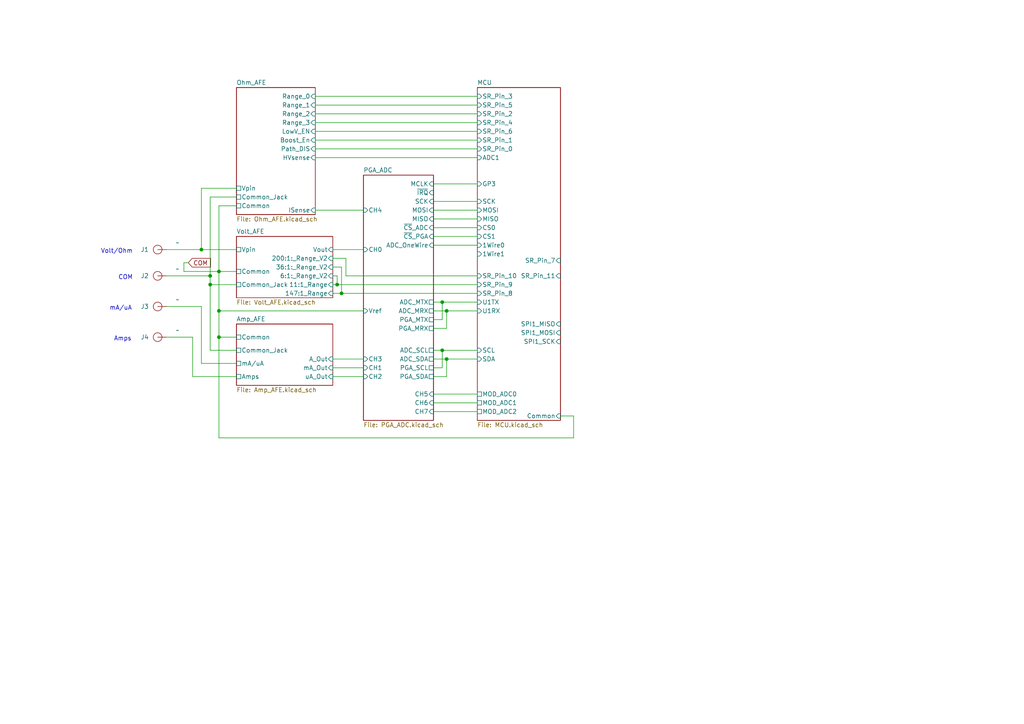
<source format=kicad_sch>
(kicad_sch (version 20231120) (generator "eeschema") (generator_version "8.0")
  (paper "A4")
  (lib_symbols
    (symbol "AADuffy:CT2914"
      (property "Reference" "J?" (at 1.27 2.54 0))
      (symbol "CT2914_0_1"
        (circle (center 1.27 0) (radius 1.27))
      )
      (symbol "CT2914_1_1"
        (pin passive line (at -1.27 0 0) (length 2.54) (name "1") (number "1"))
      )
    )
  )
  (junction (at 128.27 87.63))
  (junction (at 63.5 90.17))
  (junction (at 60.96 80.01))
  (junction (at 129.54 90.17))
  (junction (at 60.96 82.55))
  (junction (at 128.27 101.6))
  (junction (at 129.54 104.14))
  (junction (at 63.5 97.79))
  (junction (at 99.06 85.09))
  (junction (at 97.79 82.55))
  (junction (at 58.42 72.39))
  (junction (at 63.5 78.74))
  (wire (pts (xy 166.37 120.65) (xy 166.37 127)))
  (wire (pts (xy 55.88 109.22) (xy 55.88 97.79)))
  (wire (pts (xy 128.27 101.6) (xy 138.43 101.6)))
  (wire (pts (xy 91.44 40.64) (xy 138.43 40.64)))
  (wire (pts (xy 53.34 76.2) (xy 53.34 78.74)))
  (wire (pts (xy 63.5 78.74) (xy 63.5 90.17)))
  (wire (pts (xy 125.73 104.14) (xy 129.54 104.14)))
  (wire (pts (xy 91.44 38.1) (xy 138.43 38.1)))
  (wire (pts (xy 99.06 77.47) (xy 99.06 85.09)))
  (wire (pts (xy 125.73 106.68) (xy 128.27 106.68)))
  (wire (pts (xy 96.52 106.68) (xy 105.41 106.68)))
  (wire (pts (xy 96.52 82.55) (xy 97.79 82.55)))
  (wire (pts (xy 99.06 85.09) (xy 138.43 85.09)))
  (wire (pts (xy 129.54 90.17) (xy 138.43 90.17)))
  (wire (pts (xy 63.5 78.74) (xy 68.58 78.74)))
  (wire (pts (xy 91.44 43.18) (xy 138.43 43.18)))
  (wire (pts (xy 60.96 82.55) (xy 60.96 80.01)))
  (wire (pts (xy 48.26 88.9) (xy 58.42 88.9)))
  (wire (pts (xy 125.73 109.22) (xy 129.54 109.22)))
  (wire (pts (xy 53.34 78.74) (xy 63.5 78.74)))
  (wire (pts (xy 60.96 57.15) (xy 60.96 80.01)))
  (wire (pts (xy 55.88 97.79) (xy 48.26 97.79)))
  (wire (pts (xy 91.44 33.02) (xy 138.43 33.02)))
  (wire (pts (xy 58.42 72.39) (xy 68.58 72.39)))
  (wire (pts (xy 125.73 90.17) (xy 129.54 90.17)))
  (wire (pts (xy 96.52 104.14) (xy 105.41 104.14)))
  (wire (pts (xy 129.54 104.14) (xy 138.43 104.14)))
  (wire (pts (xy 125.73 66.04) (xy 138.43 66.04)))
  (wire (pts (xy 58.42 88.9) (xy 58.42 105.41)))
  (wire (pts (xy 162.56 120.65) (xy 166.37 120.65)))
  (wire (pts (xy 128.27 106.68) (xy 128.27 101.6)))
  (wire (pts (xy 125.73 119.38) (xy 138.43 119.38)))
  (wire (pts (xy 91.44 27.94) (xy 138.43 27.94)))
  (wire (pts (xy 91.44 60.96) (xy 105.41 60.96)))
  (wire (pts (xy 129.54 95.25) (xy 129.54 90.17)))
  (wire (pts (xy 63.5 90.17) (xy 105.41 90.17)))
  (wire (pts (xy 125.73 95.25) (xy 129.54 95.25)))
  (wire (pts (xy 125.73 60.96) (xy 138.43 60.96)))
  (wire (pts (xy 96.52 77.47) (xy 99.06 77.47)))
  (wire (pts (xy 63.5 97.79) (xy 63.5 90.17)))
  (wire (pts (xy 125.73 58.42) (xy 138.43 58.42)))
  (wire (pts (xy 125.73 92.71) (xy 128.27 92.71)))
  (wire (pts (xy 125.73 101.6) (xy 128.27 101.6)))
  (wire (pts (xy 97.79 80.01) (xy 97.79 82.55)))
  (wire (pts (xy 125.73 116.84) (xy 138.43 116.84)))
  (wire (pts (xy 138.43 82.55) (xy 97.79 82.55)))
  (wire (pts (xy 68.58 109.22) (xy 55.88 109.22)))
  (wire (pts (xy 60.96 57.15) (xy 68.58 57.15)))
  (wire (pts (xy 91.44 45.72) (xy 138.43 45.72)))
  (wire (pts (xy 96.52 72.39) (xy 105.41 72.39)))
  (wire (pts (xy 54.61 76.2) (xy 53.34 76.2)))
  (wire (pts (xy 100.33 80.01) (xy 138.43 80.01)))
  (wire (pts (xy 48.26 72.39) (xy 58.42 72.39)))
  (wire (pts (xy 128.27 92.71) (xy 128.27 87.63)))
  (wire (pts (xy 129.54 109.22) (xy 129.54 104.14)))
  (wire (pts (xy 68.58 97.79) (xy 63.5 97.79)))
  (wire (pts (xy 125.73 53.34) (xy 138.43 53.34)))
  (wire (pts (xy 96.52 80.01) (xy 97.79 80.01)))
  (wire (pts (xy 128.27 87.63) (xy 138.43 87.63)))
  (wire (pts (xy 68.58 101.6) (xy 60.96 101.6)))
  (wire (pts (xy 91.44 35.56) (xy 138.43 35.56)))
  (wire (pts (xy 125.73 114.3) (xy 138.43 114.3)))
  (wire (pts (xy 100.33 80.01) (xy 100.33 74.93)))
  (wire (pts (xy 166.37 127) (xy 63.5 127)))
  (wire (pts (xy 91.44 30.48) (xy 138.43 30.48)))
  (wire (pts (xy 125.73 68.58) (xy 138.43 68.58)))
  (wire (pts (xy 60.96 101.6) (xy 60.96 82.55)))
  (wire (pts (xy 125.73 63.5) (xy 138.43 63.5)))
  (wire (pts (xy 125.73 87.63) (xy 128.27 87.63)))
  (wire (pts (xy 96.52 85.09) (xy 99.06 85.09)))
  (wire (pts (xy 63.5 127) (xy 63.5 97.79)))
  (wire (pts (xy 63.5 59.69) (xy 68.58 59.69)))
  (wire (pts (xy 58.42 105.41) (xy 68.58 105.41)))
  (wire (pts (xy 60.96 82.55) (xy 68.58 82.55)))
  (wire (pts (xy 100.33 74.93) (xy 96.52 74.93)))
  (wire (pts (xy 63.5 78.74) (xy 63.5 59.69)))
  (wire (pts (xy 58.42 54.61) (xy 58.42 72.39)))
  (wire (pts (xy 125.73 71.12) (xy 138.43 71.12)))
  (wire (pts (xy 96.52 109.22) (xy 105.41 109.22)))
  (wire (pts (xy 60.96 80.01) (xy 48.26 80.01)))
  (wire (pts (xy 68.58 54.61) (xy 58.42 54.61)))
  (text "COM" (at 34.29 81.28 0) (effects (font (size 1.27 1.27)) (justify left bottom)))
  (text "Volt/Ohm" (at 29.21 73.66 0) (effects (font (size 1.27 1.27)) (justify left bottom)))
  (text "Amps" (at 33.02 99.06 0) (effects (font (size 1.27 1.27)) (justify left bottom)))
  (text "mA/uA" (at 31.75 90.17 0) (effects (font (size 1.27 1.27)) (justify left bottom)))
  (global_label "COM" (shape input) (at 54.61 76.2 0) (property "Intersheetrefs" "${INTERSHEET_REFS}" (effects (hide yes))))
  (symbol (lib_id "AADuffy:CT2914") (at 46.99 72.39 0) (mirror y) (unit 1)
    (property "Reference" "J1" (at 43.18 72.39 0) (effects (justify left)))
    (property "Value" "~" (at 52.07 71.12 0) (effects (justify left bottom)))
    (property "Footprint" "AADuffy:CT2914" (effects (hide yes)))
    (property "Datasheet" "https://mm.digikey.com/Volume0/opasdata/d220001/medias/docus/4846/DS_1768_Catalog.pdf" (effects (hide yes)))
    (property "Description" "Sheilded Banana Jack with M3 stud" (effects (hide yes)))
    (property "Manufacturer Part #" "CT2914-2" (effects (hide yes)))
    (property "Manufacturer" "Cal Test Electronics" (effects (hide yes)))
    (property "Supplier 1" "Digikey" (effects (hide yes)))
    (property "Supplier 1 Part #" "BKCT2914-2-ND" (effects (hide yes)))
    (property "Supplier 1 Link" "https://www.digikey.com/en/products/detail/cal-test-electronics/CT2914-2/6005463" (effects (hide yes)))
  )
  (symbol (lib_id "AADuffy:CT2914") (at 46.99 97.79 0) (mirror y) (unit 1)
    (property "Reference" "J4" (at 43.18 97.79 0) (effects (justify left)))
    (property "Value" "~" (at 52.07 96.52 0) (effects (justify left bottom)))
    (property "Footprint" "AADuffy:CT2914" (effects (hide yes)))
    (property "Datasheet" "https://mm.digikey.com/Volume0/opasdata/d220001/medias/docus/4846/DS_1768_Catalog.pdf" (effects (hide yes)))
    (property "Description" "Sheilded Banana Jack with M3 stud" (effects (hide yes)))
    (property "Manufacturer Part #" "CT2914-2" (effects (hide yes)))
    (property "Manufacturer" "Cal Test Electronics" (effects (hide yes)))
    (property "Supplier 1" "Digikey" (effects (hide yes)))
    (property "Supplier 1 Part #" "BKCT2914-2-ND" (effects (hide yes)))
    (property "Supplier 1 Link" "https://www.digikey.com/en/products/detail/cal-test-electronics/CT2914-2/6005463" (effects (hide yes)))
  )
  (symbol (lib_id "AADuffy:CT2914") (at 46.99 80.01 0) (mirror y) (unit 1)
    (property "Reference" "J2" (at 43.18 80.01 0) (effects (justify left)))
    (property "Value" "~" (at 52.07 78.74 0) (effects (justify left bottom)))
    (property "Footprint" "AADuffy:CT2914" (effects (hide yes)))
    (property "Datasheet" "https://mm.digikey.com/Volume0/opasdata/d220001/medias/docus/4846/DS_1768_Catalog.pdf" (effects (hide yes)))
    (property "Description" "Sheilded Banana Jack with M3 stud" (effects (hide yes)))
    (property "Manufacturer Part #" "CT2914-2" (effects (hide yes)))
    (property "Manufacturer" "Cal Test Electronics" (effects (hide yes)))
    (property "Supplier 1" "Digikey" (effects (hide yes)))
    (property "Supplier 1 Part #" "BKCT2914-2-ND" (effects (hide yes)))
    (property "Supplier 1 Link" "https://www.digikey.com/en/products/detail/cal-test-electronics/CT2914-2/6005463" (effects (hide yes)))
  )
  (symbol (lib_id "AADuffy:CT2914") (at 46.99 88.9 0) (mirror y) (unit 1)
    (property "Reference" "J3" (at 43.18 88.9 0) (effects (justify left)))
    (property "Value" "~" (at 52.07 87.63 0) (effects (justify left bottom)))
    (property "Footprint" "AADuffy:CT2914" (effects (hide yes)))
    (property "Datasheet" "https://mm.digikey.com/Volume0/opasdata/d220001/medias/docus/4846/DS_1768_Catalog.pdf" (effects (hide yes)))
    (property "Description" "Sheilded Banana Jack with M3 stud" (effects (hide yes)))
    (property "Manufacturer Part #" "CT2914-2" (effects (hide yes)))
    (property "Manufacturer" "Cal Test Electronics" (effects (hide yes)))
    (property "Supplier 1" "Digikey" (effects (hide yes)))
    (property "Supplier 1 Part #" "BKCT2914-2-ND" (effects (hide yes)))
    (property "Supplier 1 Link" "https://www.digikey.com/en/products/detail/cal-test-electronics/CT2914-2/6005463" (effects (hide yes)))
  )
  (sheet (at 105.41 50.8) (size 20.32 71.12) (stroke (width 0.1524))
    (property "Sheetname" "PGA_ADC" (at 105.41 50.0884 0) (effects (justify left bottom)))
    (property "Sheetfile" "PGA_ADC.kicad_sch" (at 105.41 122.5046 0) (effects (justify left top)))
    (pin "CH3" input (at 105.41 104.14 180))
    (pin "CH6" input (at 125.73 116.84 0))
    (pin "CH7" input (at 125.73 119.38 0))
    (pin "CH4" input (at 105.41 60.96 180))
    (pin "CH5" input (at 125.73 114.3 0))
    (pin "CH0" input (at 105.41 72.39 180))
    (pin "CH1" input (at 105.41 106.68 180))
    (pin "CH2" input (at 105.41 109.22 180))
    (pin "Vref" input (at 105.41 90.17 180))
    (pin "~{IRQ}" input (at 125.73 55.88 0))
    (pin "MOSI" input (at 125.73 60.96 0))
    (pin "SCK" input (at 125.73 58.42 0))
    (pin "~{CS}_PGA" input (at 125.73 68.58 0))
    (pin "~{CS}_ADC" input (at 125.73 66.04 0))
    (pin "MISO" input (at 125.73 63.5 0))
    (pin "MCLK" input (at 125.73 53.34 0))
    (pin "ADC_OneWire" input (at 125.73 71.12 0))
    (pin "ADC_MTX" passive (at 125.73 87.63 0))
    (pin "ADC_MRX" passive (at 125.73 90.17 0))
    (pin "PGA_MTX" passive (at 125.73 92.71 0))
    (pin "PGA_MRX" passive (at 125.73 95.25 0))
    (pin "PGA_SDA" passive (at 125.73 109.22 0))
    (pin "ADC_SCL" passive (at 125.73 101.6 0))
    (pin "PGA_SCL" passive (at 125.73 106.68 0))
    (pin "ADC_SDA" passive (at 125.73 104.14 0))
  )
  (sheet (at 68.58 68.58) (size 27.94 17.78) (stroke (width 0.1524))
    (property "Sheetname" "Volt_AFE" (at 68.58 67.8684 0) (effects (justify left bottom)))
    (property "Sheetfile" "Volt_AFE.kicad_sch" (at 68.58 86.9446 0) (effects (justify left top)))
    (pin "Vpin" passive (at 68.58 72.39 180))
    (pin "Common" passive (at 68.58 78.74 180))
    (pin "147:1_Range" input (at 96.52 85.09 0))
    (pin "11:1_Range" input (at 96.52 82.55 0))
    (pin "Vout" input (at 96.52 72.39 0))
    (pin "36:1:_Range_V2" input (at 96.52 77.47 0))
    (pin "200:1:_Range_V2" input (at 96.52 74.93 0))
    (pin "6:1:_Range_V2" input (at 96.52 80.01 0))
    (pin "Common_Jack" passive (at 68.58 82.55 180))
  )
  (sheet (at 138.43 25.4) (size 24.13 96.52) (stroke (width 0.1524))
    (property "Sheetname" "MCU" (at 138.43 24.6884 0) (effects (justify left bottom)))
    (property "Sheetfile" "MCU.kicad_sch" (at 138.43 122.5046 0) (effects (justify left top)))
    (pin "Common" input (at 162.56 120.65 0))
    (pin "MOSI" input (at 138.43 60.96 180))
    (pin "CS1" input (at 138.43 68.58 180))
    (pin "SCK" input (at 138.43 58.42 180))
    (pin "CS0" input (at 138.43 66.04 180))
    (pin "MISO" input (at 138.43 63.5 180))
    (pin "ADC1" input (at 138.43 45.72 180))
    (pin "GP3" input (at 138.43 53.34 180))
    (pin "U1RX" input (at 138.43 90.17 180))
    (pin "U1TX" input (at 138.43 87.63 180))
    (pin "SDA" input (at 138.43 104.14 180))
    (pin "SCL" input (at 138.43 101.6 180))
    (pin "SR_Pin_0" input (at 138.43 43.18 180))
    (pin "SR_Pin_4" input (at 138.43 35.56 180))
    (pin "SR_Pin_1" input (at 138.43 40.64 180))
    (pin "SR_Pin_3" input (at 138.43 27.94 180))
    (pin "SR_Pin_5" input (at 138.43 30.48 180))
    (pin "SR_Pin_6" input (at 138.43 38.1 180))
    (pin "SR_Pin_2" input (at 138.43 33.02 180))
    (pin "1Wire1" input (at 138.43 73.66 180))
    (pin "SR_Pin_7" input (at 162.56 75.565 0))
    (pin "SR_Pin_8" input (at 138.43 85.09 180))
    (pin "SR_Pin_10" input (at 138.43 80.01 180))
    (pin "SR_Pin_9" input (at 138.43 82.55 180))
    (pin "SR_Pin_11" input (at 162.56 80.01 0))
    (pin "1Wire0" input (at 138.43 71.12 180))
    (pin "MOD_ADC2" passive (at 138.43 119.38 180))
    (pin "MOD_ADC1" passive (at 138.43 116.84 180))
    (pin "MOD_ADC0" passive (at 138.43 114.3 180))
    (pin "SPI1_MISO" input (at 162.56 93.98 0))
    (pin "SPI1_MOSI" input (at 162.56 96.52 0))
    (pin "SPI1_SCK" input (at 162.56 99.06 0))
  )
  (sheet (at 68.58 93.98) (size 27.94 17.78) (stroke (width 0.1524))
    (property "Sheetname" "Amp_AFE" (at 68.58 93.2684 0) (effects (justify left bottom)))
    (property "Sheetfile" "Amp_AFE.kicad_sch" (at 68.58 112.3446 0) (effects (justify left top)))
    (pin "Amps" passive (at 68.58 109.22 180))
    (pin "mA{slash}uA" passive (at 68.58 105.41 180))
    (pin "Common" passive (at 68.58 97.79 180))
    (pin "Common_Jack" passive (at 68.58 101.6 180))
    (pin "uA_Out" input (at 96.52 109.22 0))
    (pin "mA_Out" input (at 96.52 106.68 0))
    (pin "A_Out" input (at 96.52 104.14 0))
  )
  (sheet (at 68.58 25.4) (size 22.86 36.83) (stroke (width 0.1524))
    (property "Sheetname" "Ohm_AFE" (at 68.58 24.6884 0) (effects (justify left bottom)))
    (property "Sheetfile" "Ohm_AFE.kicad_sch" (at 68.58 62.8146 0) (effects (justify left top)))
    (pin "Common" passive (at 68.58 59.69 180))
    (pin "Vpin" passive (at 68.58 54.61 180))
    (pin "Range_2" input (at 91.44 33.02 0))
    (pin "LowV_EN" input (at 91.44 38.1 0))
    (pin "Range_0" input (at 91.44 27.94 0))
    (pin "Boost_En" input (at 91.44 40.64 0))
    (pin "Range_1" input (at 91.44 30.48 0))
    (pin "Path_DIS" input (at 91.44 43.18 0))
    (pin "Range_3" input (at 91.44 35.56 0))
    (pin "ISense" input (at 91.44 60.96 0))
    (pin "HVsense" input (at 91.44 45.72 0))
    (pin "Common_Jack" passive (at 68.58 57.15 180))
  )
)
</source>
